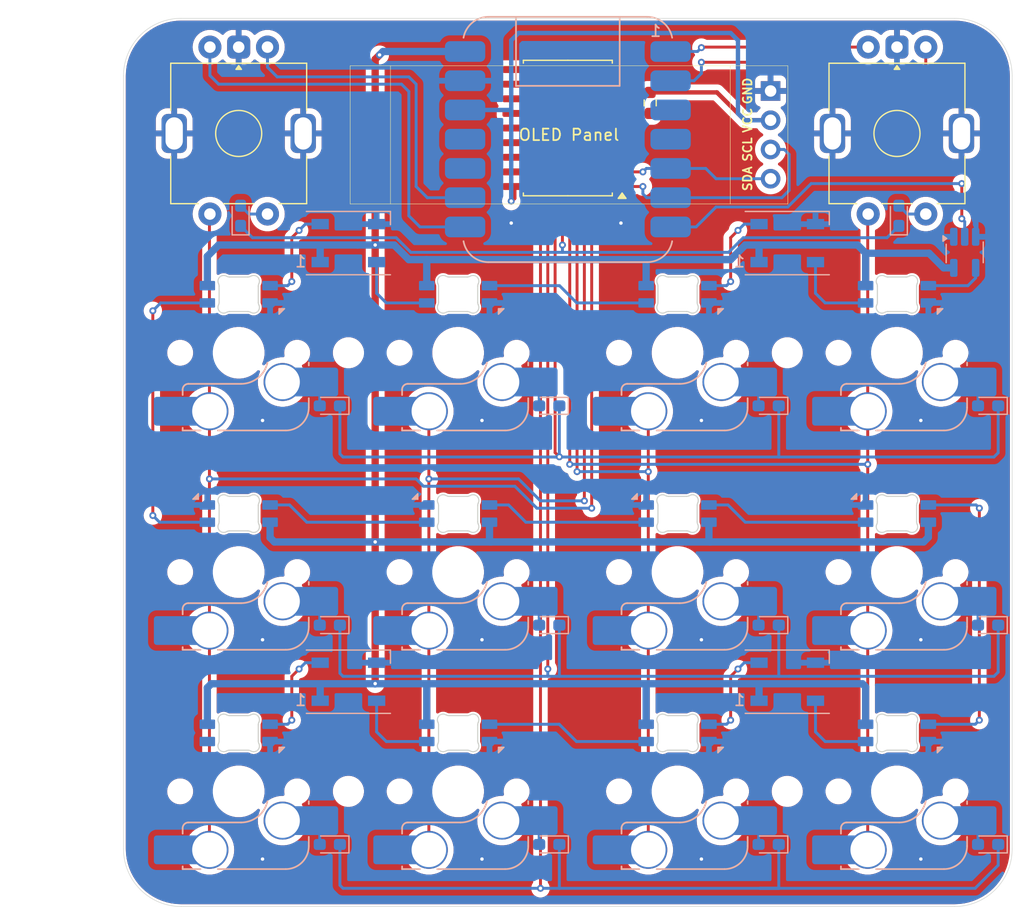
<source format=kicad_pcb>
(kicad_pcb (version 20240108) (generator "pcbnew") (generator_version "8.0")
  (layers (0 "F.Cu" signal) (31 "B.Cu" signal) (34 "B.Paste" user) (35 "F.Paste" user) (36 "B.SilkS" user "B.Silkscreen") (37 "F.SilkS" user "F.Silkscreen") (38 "B.Mask" user) (39 "F.Mask" user) (44 "Edge.Cuts" user))
  (net 0 "")
  (net 1 "Net-(D1-A)")
  (net 2 "Net-(D2-A)")
  (net 3 "Net-(D3-A)")
  (net 4 "Net-(D4-A)")
  (net 5 "Net-(D5-A)")
  (net 6 "Net-(D6-A)")
  (net 7 "Net-(D7-A)")
  (net 8 "Net-(D8-A)")
  (net 9 "Net-(D9-A)")
  (net 10 "Net-(D10-A)")
  (net 11 "GND")
  (net 12 "+3.3V")
  (net 13 "ROW1")
  (net 14 "COLUMN1")
  (net 15 "COLUMN2")
  (net 16 "COLUMN3")
  (net 17 "COLUMN4")
  (net 18 "+5V")
  (net 19 "ROW2")
  (net 20 "SDA")
  (net 21 "SCL")
  (net 22 "Net-(U2-~{RESET})")
  (net 25 "ROW3")
  (net 26 "Net-(D11-A)")
  (net 27 "Net-(D12-A)")
  (net 28 "Net-(D13-DOUT)")
  (net 29 "Net-(D13-DIN)")
  (net 30 "Net-(D14-DIN)")
  (net 31 "Net-(D14-DOUT)")
  (net 32 "Net-(D15-DIN)")
  (net 33 "Net-(D15-DOUT)")
  (net 34 "Net-(D16-DOUT)")
  (net 35 "Net-(D16-DIN)")
  (net 36 "Net-(LED1-DOUT)")
  (net 37 "Net-(LED2-DIN)")
  (net 38 "D_LEDS_5V")
  (net 39 "Net-(LED5-DOUT)")
  (net 40 "Net-(LED6-DOUT)")
  (net 41 "Net-(LED7-DOUT)")
  (net 42 "Net-(LED12-DIN)")
  (net 44 "Net-(LED10-DIN)")
  (net 45 "D_LEDS_3V3")
  (net 46 "ROW4")
  (net 47 "Net-(D17-A)")
  (net 48 "Net-(D18-A)")
  (net 49 "ROT1B")
  (net 50 "ROT1A")
  (net 51 "ROT2A")
  (net 52 "ROT2B")
  (footprint "PCM_marbastlib-various:ROT_Alps_EC11E-Switch" (layer "F.Cu") (at 107.15 50 180)
    (property "Reference" "SW2" (hide yes))
    (property "Value" "RotaryEncoder_Switch_MP")
  )
  (footprint "PCM_marbastlib-various:ROT_Alps_EC11E-Switch" (layer "F.Cu") (at 50 50 180)
    (property "Reference" "SW1" (hide yes))
    (property "Value" "RotaryEncoder_Switch_MP")
  )
  (footprint "MountingHole:MountingHole_2.2mm_M2" (layer "F.Cu") (at 59.525 69.05)
    (property "Reference" "H1" (hide yes))
    (property "Value" "MountingHole")
  )
  (footprint "MountingHole:MountingHole_2.2mm_M2" (layer "F.Cu") (at 59.525 107.15)
    (property "Reference" "H3" (hide yes))
    (property "Value" "MountingHole")
  )
  (footprint "MountingHole:MountingHole_2.2mm_M2" (layer "F.Cu") (at 97.625 107.15)
    (property "Reference" "H4" (hide yes))
    (property "Value" "MountingHole")
  )
  (footprint "MountingHole:MountingHole_2.2mm_M2" (layer "F.Cu") (at 97.625 69.05)
    (property "Reference" "H2" (hide yes))
    (property "Value" "MountingHole")
  )
  (footprint "Package_SO:SOIC-18W_7.5x11.6mm_P1.27mm" (layer "F.Cu") (at 78.575 49.53 180)
    (property "Reference" "U2" (hide yes))
    (property "Value" "MCP23008-xSO")
  )
  (footprint "SSD1306-0.91-OLED-4pin-128x32:SSD1306-0.91-OLED-4pin-128x32" (layer "F.Cu") (at 78.575 50)
    (property "Reference" "DS1" (hide yes))
    (property "Value" "SSD1306_OLED_I2C")
  )
  (footprint "Resistor_SMD:R_0603_1608Metric_Pad0.98x0.95mm_HandSolder" (layer "F.Cu") (at 85.725 47.3456 -90)
    (property "Reference" "R1" (hide yes))
    (property "Value" "10k")
  )
  (footprint "Diode_SMD:D_0603_1608Metric_Pad1.05x0.95mm_HandSolder" (layer "B.Cu") (at 76.962 111.76 180)
    (property "Reference" "D10" (hide yes))
    (property "Value" "D_Small")
  )
  (footprint "Diode_SMD:D_0603_1608Metric_Pad1.05x0.95mm_HandSolder" (layer "B.Cu") (at 96.012 111.76 180)
    (property "Reference" "D11" (hide yes))
    (property "Value" "D_Small")
  )
  (footprint "Diode_SMD:D_0603_1608Metric_Pad1.05x0.95mm_HandSolder" (layer "B.Cu") (at 76.962 73.66 180)
    (property "Reference" "D2" (hide yes))
    (property "Value" "D_Small")
  )
  (footprint "PCM_marbastlib-mx:LED_MX_6028R" (layer "B.Cu") (at 69.05 83.02)
    (property "Reference" "LED6" (hide yes))
    (property "Value" "SK6812MINI-E")
    (fp_line (start -1.699999 -0.702841) (end -1.699999 0.702843) (stroke (width 0.1)) (layer "Edge.Cuts"))
    (fp_line (start -0.794453 1.5) (end 0.794452 1.5) (stroke (width 0.1)) (layer "Edge.Cuts"))
    (fp_line (start 0.794452 -1.499999) (end -0.794452 -1.499999) (stroke (width 0.1)) (layer "Edge.Cuts"))
    (fp_line (start 1.699999 0.702843) (end 1.699999 -0.702841) (stroke (width 0.1)) (layer "Edge.Cuts"))
    (fp_arc (start -1.749484 -0.919719) (mid -1.712527 -0.814067) (end -1.699999 -0.702841) (stroke (width 0.1)) (layer "Edge.Cuts"))
    (fp_arc (start -1.749484 -0.919718) (mid -1.638072 -1.504034) (end -1.046711 -1.568298) (stroke (width 0.1)) (layer "Edge.Cuts"))
    (fp_arc (start -1.699999 0.702844) (mid -1.712527 0.814069) (end -1.749484 0.919721) (stroke (width 0.1)) (layer "Edge.Cuts"))
    (fp_arc (start -1.046711 1.568299) (mid -1.63807 1.504035) (end -1.749484 0.919721) (stroke (width 0.1)) (layer "Edge.Cuts"))
    (fp_arc (start -1.046711 1.568299) (mid -0.925123 1.517377) (end -0.794453 1.5) (stroke (width 0.1)) (layer "Edge.Cuts"))
    (fp_arc (start -0.794452 -1.499999) (mid -0.925123 -1.517376) (end -1.046711 -1.568298) (stroke (width 0.1)) (layer "Edge.Cuts"))
    (fp_arc (start 0.794453 1.500001) (mid 0.925123 1.517378) (end 1.046711 1.5683) (stroke (width 0.1)) (layer "Edge.Cuts"))
    (fp_arc (start 1.04671 -1.568298) (mid 0.925122 -1.517376) (end 0.794452 -1.499999) (stroke (width 0.1)) (layer "Edge.Cuts"))
    (fp_arc (start 1.046711 -1.568296) (mid 1.638069 -1.504034) (end 1.749484 -0.919719) (stroke (width 0.1)) (layer "Edge.Cuts"))
    (fp_arc (start 1.699999 -0.702842) (mid 1.712536 -0.814065) (end 1.749484 -0.919719) (stroke (width 0.1)) (layer "Edge.Cuts"))
    (fp_arc (start 1.749484 0.919721) (mid 1.638072 1.504036) (end 1.046711 1.5683) (stroke (width 0.1)) (layer "Edge.Cuts"))
    (fp_arc (start 1.749484 0.919721) (mid 1.712534 0.814067) (end 1.699999 0.702843) (stroke (width 0.1)) (layer "Edge.Cuts"))
  )
  (footprint "Diode_SMD:D_0603_1608Metric_Pad1.05x0.95mm_HandSolder" (layer "B.Cu") (at 50.165 57.15 90)
    (property "Reference" "D17" (hide yes))
    (property "Value" "D_Small")
  )
  (footprint "PCM_marbastlib-mx:SW_MX_HS_CPG151101S11_1u" (layer "B.Cu") (at 88.1 88.1)
    (property "Reference" "MX7" (hide yes))
    (property "Value" "MX_SW_HS")
  )
  (footprint "Package_TO_SOT_SMD:SOT-23-5_HandSoldering" (layer "B.Cu") (at 113.03 60.325 -90)
    (property "Reference" "U3" (hide yes))
    (property "Value" "74AHC1G125")
  )
  (footprint "PCM_marbastlib-mx:LED_MX_6028R-ROT" (layer "B.Cu") (at 88.1 102.07)
    (property "Reference" "LED11" (hide yes))
    (property "Value" "SK6812MINI-E")
    (fp_line (start -1.699999 -0.702843) (end -1.699999 0.702841) (stroke (width 0.1)) (layer "Edge.Cuts"))
    (fp_line (start -0.794452 1.499999) (end 0.794452 1.499999) (stroke (width 0.1)) (layer "Edge.Cuts"))
    (fp_line (start 0.794453 -1.5) (end -0.794452 -1.5) (stroke (width 0.1)) (layer "Edge.Cuts"))
    (fp_line (start 1.699999 0.702841) (end 1.699999 -0.702843) (stroke (width 0.1)) (layer "Edge.Cuts"))
    (fp_arc (start -1.749484 -0.919721) (mid -1.712527 -0.814069) (end -1.699999 -0.702843) (stroke (width 0.1)) (layer "Edge.Cuts"))
    (fp_arc (start -1.749484 -0.919721) (mid -1.638071 -1.504036) (end -1.046711 -1.5683) (stroke (width 0.1)) (layer "Edge.Cuts"))
    (fp_arc (start -1.699999 0.702842) (mid -1.712527 0.814067) (end -1.749484 0.919719) (stroke (width 0.1)) (layer "Edge.Cuts"))
    (fp_arc (start -1.046711 1.568296) (mid -1.63807 1.504033) (end -1.749484 0.919719) (stroke (width 0.1)) (layer "Edge.Cuts"))
    (fp_arc (start -1.04671 1.568298) (mid -0.925122 1.517376) (end -0.794452 1.499999) (stroke (width 0.1)) (layer "Edge.Cuts"))
    (fp_arc (start -0.794453 -1.500001) (mid -0.925123 -1.517378) (end -1.046711 -1.5683) (stroke (width 0.1)) (layer "Edge.Cuts"))
    (fp_arc (start 0.794452 1.499999) (mid 0.925123 1.517376) (end 1.046711 1.568298) (stroke (width 0.1)) (layer "Edge.Cuts"))
    (fp_arc (start 1.046711 -1.568299) (mid 0.925123 -1.517377) (end 0.794453 -1.5) (stroke (width 0.1)) (layer "Edge.Cuts"))
    (fp_arc (start 1.046711 -1.568299) (mid 1.638071 -1.504036) (end 1.749484 -0.919721) (stroke (width 0.1)) (layer "Edge.Cuts"))
    (fp_arc (start 1.699999 -0.702844) (mid 1.712537 -0.814067) (end 1.749484 -0.919721) (stroke (width 0.1)) (layer "Edge.Cuts"))
    (fp_arc (start 1.749484 0.919718) (mid 1.638073 1.504037) (end 1.046711 1.568298) (stroke (width 0.1)) (layer "Edge.Cuts"))
    (fp_arc (start 1.749484 0.919719) (mid 1.712534 0.814065) (end 1.699999 0.702841) (stroke (width 0.1)) (layer "Edge.Cuts"))
  )
  (footprint "PCM_marbastlib-mx:LED_MX_6028R" (layer "B.Cu") (at 107.15 83.02)
    (property "Reference" "LED8" (hide yes))
    (property "Value" "SK6812MINI-E")
    (fp_line (start -1.699999 -0.702841) (end -1.699999 0.702843) (stroke (width 0.1)) (layer "Edge.Cuts"))
    (fp_line (start -0.794453 1.5) (end 0.794452 1.5) (stroke (width 0.1)) (layer "Edge.Cuts"))
    (fp_line (start 0.794452 -1.499999) (end -0.794452 -1.499999) (stroke (width 0.1)) (layer "Edge.Cuts"))
    (fp_line (start 1.699999 0.702843) (end 1.699999 -0.702841) (stroke (width 0.1)) (layer "Edge.Cuts"))
    (fp_arc (start -1.749484 -0.919719) (mid -1.712527 -0.814067) (end -1.699999 -0.702841) (stroke (width 0.1)) (layer "Edge.Cuts"))
    (fp_arc (start -1.749484 -0.919718) (mid -1.638072 -1.504034) (end -1.046711 -1.568298) (stroke (width 0.1)) (layer "Edge.Cuts"))
    (fp_arc (start -1.699999 0.702844) (mid -1.712527 0.814069) (end -1.749484 0.919721) (stroke (width 0.1)) (layer "Edge.Cuts"))
    (fp_arc (start -1.046711 1.568299) (mid -1.63807 1.504035) (end -1.749484 0.919721) (stroke (width 0.1)) (layer "Edge.Cuts"))
    (fp_arc (start -1.046711 1.568299) (mid -0.925123 1.517377) (end -0.794453 1.5) (stroke (width 0.1)) (layer "Edge.Cuts"))
    (fp_arc (start -0.794452 -1.499999) (mid -0.925123 -1.517376) (end -1.046711 -1.568298) (stroke (width 0.1)) (layer "Edge.Cuts"))
    (fp_arc (start 0.794453 1.500001) (mid 0.925123 1.517378) (end 1.046711 1.5683) (stroke (width 0.1)) (layer "Edge.Cuts"))
    (fp_arc (start 1.04671 -1.568298) (mid 0.925122 -1.517376) (end 0.794452 -1.499999) (stroke (width 0.1)) (layer "Edge.Cuts"))
    (fp_arc (start 1.046711 -1.568296) (mid 1.638069 -1.504034) (end 1.749484 -0.919719) (stroke (width 0.1)) (layer "Edge.Cuts"))
    (fp_arc (start 1.699999 -0.702842) (mid 1.712536 -0.814065) (end 1.749484 -0.919719) (stroke (width 0.1)) (layer "Edge.Cuts"))
    (fp_arc (start 1.749484 0.919721) (mid 1.638072 1.504036) (end 1.046711 1.5683) (stroke (width 0.1)) (layer "Edge.Cuts"))
    (fp_arc (start 1.749484 0.919721) (mid 1.712534 0.814067) (end 1.699999 0.702843) (stroke (width 0.1)) (layer "Edge.Cuts"))
  )
  (footprint "PCM_marbastlib-mx:LED_MX_6028R-ROT" (layer "B.Cu") (at 107.15 63.97)
    (property "Reference" "LED4" (hide yes))
    (property "Value" "SK6812MINI-E")
    (fp_line (start -1.699999 -0.702843) (end -1.699999 0.702841) (stroke (width 0.1)) (layer "Edge.Cuts"))
    (fp_line (start -0.794452 1.499999) (end 0.794452 1.499999) (stroke (width 0.1)) (layer "Edge.Cuts"))
    (fp_line (start 0.794453 -1.5) (end -0.794452 -1.5) (stroke (width 0.1)) (layer "Edge.Cuts"))
    (fp_line (start 1.699999 0.702841) (end 1.699999 -0.702843) (stroke (width 0.1)) (layer "Edge.Cuts"))
    (fp_arc (start -1.749484 -0.919721) (mid -1.712527 -0.814069) (end -1.699999 -0.702843) (stroke (width 0.1)) (layer "Edge.Cuts"))
    (fp_arc (start -1.749484 -0.919721) (mid -1.638071 -1.504036) (end -1.046711 -1.5683) (stroke (width 0.1)) (layer "Edge.Cuts"))
    (fp_arc (start -1.699999 0.702842) (mid -1.712527 0.814067) (end -1.749484 0.919719) (stroke (width 0.1)) (layer "Edge.Cuts"))
    (fp_arc (start -1.046711 1.568296) (mid -1.63807 1.504033) (end -1.749484 0.919719) (stroke (width 0.1)) (layer "Edge.Cuts"))
    (fp_arc (start -1.04671 1.568298) (mid -0.925122 1.517376) (end -0.794452 1.499999) (stroke (width 0.1)) (layer "Edge.Cuts"))
    (fp_arc (start -0.794453 -1.500001) (mid -0.925123 -1.517378) (end -1.046711 -1.5683) (stroke (width 0.1)) (layer "Edge.Cuts"))
    (fp_arc (start 0.794452 1.499999) (mid 0.925123 1.517376) (end 1.046711 1.568298) (stroke (width 0.1)) (layer "Edge.Cuts"))
    (fp_arc (start 1.046711 -1.568299) (mid 0.925123 -1.517377) (end 0.794453 -1.5) (stroke (width 0.1)) (layer "Edge.Cuts"))
    (fp_arc (start 1.046711 -1.568299) (mid 1.638071 -1.504036) (end 1.749484 -0.919721) (stroke (width 0.1)) (layer "Edge.Cuts"))
    (fp_arc (start 1.699999 -0.702844) (mid 1.712537 -0.814067) (end 1.749484 -0.919721) (stroke (width 0.1)) (layer "Edge.Cuts"))
    (fp_arc (start 1.749484 0.919718) (mid 1.638073 1.504037) (end 1.046711 1.568298) (stroke (width 0.1)) (layer "Edge.Cuts"))
    (fp_arc (start 1.749484 0.919719) (mid 1.712534 0.814065) (end 1.699999 0.702841) (stroke (width 0.1)) (layer "Edge.Cuts"))
  )
  (footprint "LED_SMD:LED_WS2812B_PLCC4_5.0x5.0mm_P3.2mm" (layer "B.Cu") (at 59.525 59.525)
    (property "Reference" "D13" (hide yes))
    (property "Value" "WS2812B")
  )
  (footprint "PCM_marbastlib-mx:SW_MX_HS_CPG151101S11_1u" (layer "B.Cu") (at 107.15 107.15)
    (property "Reference" "MX12" (hide yes))
    (property "Value" "MX_SW_HS")
  )
  (footprint "PCM_marbastlib-mx:LED_MX_6028R" (layer "B.Cu") (at 88.1 83.02)
    (property "Reference" "LED7" (hide yes))
    (property "Value" "SK6812MINI-E")
    (fp_line (start -1.699999 -0.702841) (end -1.699999 0.702843) (stroke (width 0.1)) (layer "Edge.Cuts"))
    (fp_line (start -0.794453 1.5) (end 0.794452 1.5) (stroke (width 0.1)) (layer "Edge.Cuts"))
    (fp_line (start 0.794452 -1.499999) (end -0.794452 -1.499999) (stroke (width 0.1)) (layer "Edge.Cuts"))
    (fp_line (start 1.699999 0.702843) (end 1.699999 -0.702841) (stroke (width 0.1)) (layer "Edge.Cuts"))
    (fp_arc (start -1.749484 -0.919719) (mid -1.712527 -0.814067) (end -1.699999 -0.702841) (stroke (width 0.1)) (layer "Edge.Cuts"))
    (fp_arc (start -1.749484 -0.919718) (mid -1.638072 -1.504034) (end -1.046711 -1.568298) (stroke (width 0.1)) (layer "Edge.Cuts"))
    (fp_arc (start -1.699999 0.702844) (mid -1.712527 0.814069) (end -1.749484 0.919721) (stroke (width 0.1)) (layer "Edge.Cuts"))
    (fp_arc (start -1.046711 1.568299) (mid -1.63807 1.504035) (end -1.749484 0.919721) (stroke (width 0.1)) (layer "Edge.Cuts"))
    (fp_arc (start -1.046711 1.568299) (mid -0.925123 1.517377) (end -0.794453 1.5) (stroke (width 0.1)) (layer "Edge.Cuts"))
    (fp_arc (start -0.794452 -1.499999) (mid -0.925123 -1.517376) (end -1.046711 -1.568298) (stroke (width 0.1)) (layer "Edge.Cuts"))
    (fp_arc (start 0.794453 1.500001) (mid 0.925123 1.517378) (end 1.046711 1.5683) (stroke (width 0.1)) (layer "Edge.Cuts"))
    (fp_arc (start 1.04671 -1.568298) (mid 0.925122 -1.517376) (end 0.794452 -1.499999) (stroke (width 0.1)) (layer "Edge.Cuts"))
    (fp_arc (start 1.046711 -1.568296) (mid 1.638069 -1.504034) (end 1.749484 -0.919719) (stroke (width 0.1)) (layer "Edge.Cuts"))
    (fp_arc (start 1.699999 -0.702842) (mid 1.712536 -0.814065) (end 1.749484 -0.919719) (stroke (width 0.1)) (layer "Edge.Cuts"))
    (fp_arc (start 1.749484 0.919721) (mid 1.638072 1.504036) (end 1.046711 1.5683) (stroke (width 0.1)) (layer "Edge.Cuts"))
    (fp_arc (start 1.749484 0.919721) (mid 1.712534 0.814067) (end 1.699999 0.702843) (stroke (width 0.1)) (layer "Edge.Cuts"))
  )
  (footprint "PCM_marbastlib-mx:SW_MX_HS_CPG151101S11_1u" (layer "B.Cu") (at 69.05 69.05)
    (property "Reference" "MX2" (hide yes))
    (property "Value" "MX_SW_HS")
  )
  (footprint "Diode_SMD:D_0603_1608Metric_Pad1.05x0.95mm_HandSolder" (layer "B.Cu") (at 76.962 92.71 180)
    (property "Reference" "D6" (hide yes))
    (property "Value" "D_Small")
  )
  (footprint "PCM_marbastlib-mx:SW_MX_HS_CPG151101S11_1u" (layer "B.Cu") (at 107.15 88.1)
    (property "Reference" "MX8" (hide yes))
    (property "Value" "MX_SW_HS")
  )
  (footprint "Diode_SMD:D_0603_1608Metric_Pad1.05x0.95mm_HandSolder" (layer "B.Cu") (at 115.062 92.71 180)
    (property "Reference" "D8" (hide yes))
    (property "Value" "D_Small")
  )
  (footprint "Diode_SMD:D_0603_1608Metric_Pad1.05x0.95mm_HandSolder" (layer "B.Cu") (at 96.012 73.66 180)
    (property "Reference" "D3" (hide yes))
    (property "Value" "D_Small")
  )
  (footprint "PCM_marbastlib-mx:LED_MX_6028R-ROT" (layer "B.Cu") (at 107.15 102.07)
    (property "Reference" "LED12" (hide yes))
    (property "Value" "SK6812MINI-E")
    (fp_line (start -1.699999 -0.702843) (end -1.699999 0.702841) (stroke (width 0.1)) (layer "Edge.Cuts"))
    (fp_line (start -0.794452 1.499999) (end 0.794452 1.499999) (stroke (width 0.1)) (layer "Edge.Cuts"))
    (fp_line (start 0.794453 -1.5) (end -0.794452 -1.5) (stroke (width 0.1)) (layer "Edge.Cuts"))
    (fp_line (start 1.699999 0.702841) (end 1.699999 -0.702843) (stroke (width 0.1)) (layer "Edge.Cuts"))
    (fp_arc (start -1.749484 -0.919721) (mid -1.712527 -0.814069) (end -1.699999 -0.702843) (stroke (width 0.1)) (layer "Edge.Cuts"))
    (fp_arc (start -1.749484 -0.919721) (mid -1.638071 -1.504036) (end -1.046711 -1.5683) (stroke (width 0.1)) (layer "Edge.Cuts"))
    (fp_arc (start -1.699999 0.702842) (mid -1.712527 0.814067) (end -1.749484 0.919719) (stroke (width 0.1)) (layer "Edge.Cuts"))
    (fp_arc (start -1.046711 1.568296) (mid -1.63807 1.504033) (end -1.749484 0.919719) (stroke (width 0.1)) (layer "Edge.Cuts"))
    (fp_arc (start -1.04671 1.568298) (mid -0.925122 1.517376) (end -0.794452 1.499999) (stroke (width 0.1)) (layer "Edge.Cuts"))
    (fp_arc (start -0.794453 -1.500001) (mid -0.925123 -1.517378) (end -1.046711 -1.5683) (stroke (width 0.1)) (layer "Edge.Cuts"))
    (fp_arc (start 0.794452 1.499999) (mid 0.925123 1.517376) (end 1.046711 1.568298) (stroke (width 0.1)) (layer "Edge.Cuts"))
    (fp_arc (start 1.046711 -1.568299) (mid 0.925123 -1.517377) (end 0.794453 -1.5) (stroke (width 0.1)) (layer "Edge.Cuts"))
    (fp_arc (start 1.046711 -1.568299) (mid 1.638071 -1.504036) (end 1.749484 -0.919721) (stroke (width 0.1)) (layer "Edge.Cuts"))
    (fp_arc (start 1.699999 -0.702844) (mid 1.712537 -0.814067) (end 1.749484 -0.919721) (stroke (width 0.1)) (layer "Edge.Cuts"))
    (fp_arc (start 1.749484 0.919718) (mid 1.638073 1.504037) (end 1.046711 1.568298) (stroke (width 0.1)) (layer "Edge.Cuts"))
    (fp_arc (start 1.749484 0.919719) (mid 1.712534 0.814065) (end 1.699999 0.702841) (stroke (width 0.1)) (layer "Edge.Cuts"))
  )
  (footprint "PCM_marbastlib-mx:LED_MX_6028R-ROT" (layer "B.Cu") (at 50 102.07)
    (property "Reference" "LED9" (hide yes))
    (property "Value" "SK6812MINI-E")
    (fp_line (start -1.699999 -0.702843) (end -1.699999 0.702841) (stroke (width 0.1)) (layer "Edge.Cuts"))
    (fp_line (start -0.794452 1.499999) (end 0.794452 1.499999) (stroke (width 0.1)) (layer "Edge.Cuts"))
    (fp_line (start 0.794453 -1.5) (end -0.794452 -1.5) (stroke (width 0.1)) (layer "Edge.Cuts"))
    (fp_line (start 1.699999 0.702841) (end 1.699999 -0.702843) (stroke (width 0.1)) (layer "Edge.Cuts"))
    (fp_arc (start -1.749484 -0.919721) (mid -1.712527 -0.814069) (end -1.699999 -0.702843) (stroke (width 0.1)) (layer "Edge.Cuts"))
    (fp_arc (start -1.749484 -0.919721) (mid -1.638071 -1.504036) (end -1.046711 -1.5683) (stroke (width 0.1)) (layer "Edge.Cuts"))
    (fp_arc (start -1.699999 0.702842) (mid -1.712527 0.814067) (end -1.749484 0.919719) (stroke (width 0.1)) (layer "Edge.Cuts"))
    (fp_arc (start -1.046711 1.568296) (mid -1.63807 1.504033) (end -1.749484 0.919719) (stroke (width 0.1)) (layer "Edge.Cuts"))
    (fp_arc (start -1.04671 1.568298) (mid -0.925122 1.517376) (end -0.794452 1.499999) (stroke (width 0.1)) (layer "Edge.Cuts"))
    (fp_arc (start -0.794453 -1.500001) (mid -0.925123 -1.517378) (end -1.046711 -1.5683) (stroke (width 0.1)) (layer "Edge.Cuts"))
    (fp_arc (start 0.794452 1.499999) (mid 0.925123 1.517376) (end 1.046711 1.568298) (stroke (width 0.1)) (layer "Edge.Cuts"))
    (fp_arc (start 1.046711 -1.568299) (mid 0.925123 -1.517377) (end 0.794453 -1.5) (stroke (width 0.1)) (layer "Edge.Cuts"))
    (fp_arc (start 1.046711 -1.568299) (mid 1.638071 -1.504036) (end 1.749484 -0.919721) (stroke (width 0.1)) (layer "Edge.Cuts"))
    (fp_arc (start 1.699999 -0.702844) (mid 1.712537 -0.814067) (end 1.749484 -0.919721) (stroke (width 0.1)) (layer "Edge.Cuts"))
    (fp_arc (start 1.749484 0.919718) (mid 1.638073 1.504037) (end 1.046711 1.568298) (stroke (width 0.1)) (layer "Edge.Cuts"))
    (fp_arc (start 1.749484 0.919719) (mid 1.712534 0.814065) (end 1.699999 0.702841) (stroke (width 0.1)) (layer "Edge.Cuts"))
  )
  (footprint "PCM_marbastlib-mx:LED_MX_6028R-ROT" (layer "B.Cu") (at 88.1 63.97)
    (property "Reference" "LED3" (hide yes))
    (property "Value" "SK6812MINI-E")
    (fp_line (start -1.699999 -0.702843) (end -1.699999 0.702841) (stroke (width 0.1)) (layer "Edge.Cuts"))
    (fp_line (start -0.794452 1.499999) (end 0.794452 1.499999) (stroke (width 0.1)) (layer "Edge.Cuts"))
    (fp_line (start 0.794453 -1.5) (end -0.794452 -1.5) (stroke (width 0.1)) (layer "Edge.Cuts"))
    (fp_line (start 1.699999 0.702841) (end 1.699999 -0.702843) (stroke (width 0.1)) (layer "Edge.Cuts"))
    (fp_arc (start -1.749484 -0.919721) (mid -1.712527 -0.814069) (end -1.699999 -0.702843) (stroke (width 0.1)) (layer "Edge.Cuts"))
    (fp_arc (start -1.749484 -0.919721) (mid -1.638071 -1.504036) (end -1.046711 -1.5683) (stroke (width 0.1)) (layer "Edge.Cuts"))
    (fp_arc (start -1.699999 0.702842) (mid -1.712527 0.814067) (end -1.749484 0.919719) (stroke (width 0.1)) (layer "Edge.Cuts"))
    (fp_arc (start -1.046711 1.568296) (mid -1.63807 1.504033) (end -1.749484 0.919719) (stroke (width 0.1)) (layer "Edge.Cuts"))
    (fp_arc (start -1.04671 1.568298) (mid -0.925122 1.517376) (end -0.794452 1.499999) (stroke (width 0.1)) (layer "Edge.Cuts"))
    (fp_arc (start -0.794453 -1.500001) (mid -0.925123 -1.517378) (end -1.046711 -1.5683) (stroke (width 0.1)) (layer "Edge.Cuts"))
    (fp_arc (start 0.794452 1.499999) (mid 0.925123 1.517376) (end 1.046711 1.568298) (stroke (width 0.1)) (layer "Edge.Cuts"))
    (fp_arc (start 1.046711 -1.568299) (mid 0.925123 -1.517377) (end 0.794453 -1.5) (stroke (width 0.1)) (layer "Edge.Cuts"))
    (fp_arc (start 1.046711 -1.568299) (mid 1.638071 -1.504036) (end 1.749484 -0.919721) (stroke (width 0.1)) (layer "Edge.Cuts"))
    (fp_arc (start 1.699999 -0.702844) (mid 1.712537 -0.814067) (end 1.749484 -0.919721) (stroke (width 0.1)) (layer "Edge.Cuts"))
    (fp_arc (start 1.749484 0.919718) (mid 1.638073 1.504037) (end 1.046711 1.568298) (stroke (width 0.1)) (layer "Edge.Cuts"))
    (fp_arc (start 1.749484 0.919719) (mid 1.712534 0.814065) (end 1.699999 0.702841) (stroke (width 0.1)) (layer "Edge.Cuts"))
  )
  (footprint "Diode_SMD:D_0603_1608Metric_Pad1.05x0.95mm_HandSolder" (layer "B.Cu") (at 107.315 57.15 90)
    (property "Reference" "D18" (hide yes))
    (property "Value" "D_Small")
  )
  (footprint "Diode_SMD:D_0603_1608Metric_Pad1.05x0.95mm_HandSolder" (layer "B.Cu") (at 57.912 73.66 180)
    (property "Reference" "D1" (hide yes))
    (property "Value" "D_Small")
  )
  (footprint "PCM_marbastlib-mx:SW_MX_HS_CPG151101S11_1u" (layer "B.Cu") (at 88.1 69.05)
    (property "Reference" "MX3" (hide yes))
    (property "Value" "MX_SW_HS")
  )
  (footprint "Diode_SMD:D_0603_1608Metric_Pad1.05x0.95mm_HandSolder" (layer "B.Cu") (at 96.012 92.71 180)
    (property "Reference" "D7" (hide yes))
    (property "Value" "D_Small")
  )
  (footprint "PCM_marbastlib-mx:SW_MX_HS_CPG151101S11_1u" (layer "B.Cu") (at 69.05 107.15)
    (property "Reference" "MX10" (hide yes))
    (property "Value" "MX_SW_HS")
  )
  (footprint "PCM_marbastlib-mx:SW_MX_HS_CPG151101S11_1u" (layer "B.Cu") (at 69.05 88.1)
    (property "Reference" "MX6" (hide yes))
    (property "Value" "MX_SW_HS")
  )
  (footprint "PCM_marbastlib-mx:SW_MX_HS_CPG151101S11_1u" (layer "B.Cu") (at 50 107.15)
    (property "Reference" "MX9" (hide yes))
    (property "Value" "MX_SW_HS")
  )
  (footprint "LED_SMD:LED_WS2812B_PLCC4_5.0x5.0mm_P3.2mm" (layer "B.Cu") (at 59.525 97.625)
    (property "Reference" "D15" (hide yes))
    (property "Value" "WS2812B")
  )
  (footprint "PCM_marbastlib-xp-promicroish:Xiao_rp2040_AC_Reflow" (layer "B.Cu") (at 78.575 50.5 180)
    (property "Reference" "U1" (hide yes))
    (property "Value" "Seeeduino Xiao rp2040")
  )
  (footprint "PCM_marbastlib-mx:LED_MX_6028R-ROT" (layer "B.Cu") (at 69.05 63.97)
    (property "Reference" "LED2" (hide yes))
    (property "Value" "SK6812MINI-E")
    (fp_line (start -1.699999 -0.702843) (end -1.699999 0.702841) (stroke (width 0.1)) (layer "Edge.Cuts"))
    (fp_line (start -0.794452 1.499999) (end 0.794452 1.499999) (stroke (width 0.1)) (layer "Edge.Cuts"))
    (fp_line (start 0.794453 -1.5) (end -0.794452 -1.5) (stroke (width 0.1)) (layer "Edge.Cuts"))
    (fp_line (start 1.699999 0.702841) (end 1.699999 -0.702843) (stroke (width 0.1)) (layer "Edge.Cuts"))
    (fp_arc (start -1.749484 -0.919721) (mid -1.712527 -0.814069) (end -1.699999 -0.702843) (stroke (width 0.1)) (layer "Edge.Cuts"))
    (fp_arc (start -1.749484 -0.919721) (mid -1.638071 -1.504036) (end -1.046711 -1.5683) (stroke (width 0.1)) (layer "Edge.Cuts"))
    (fp_arc (start -1.699999 0.702842) (mid -1.712527 0.814067) (end -1.749484 0.919719) (stroke (width 0.1)) (layer "Edge.Cuts"))
    (fp_arc (start -1.046711 1.568296) (mid -1.63807 1.504033) (end -1.749484 0.919719) (stroke (width 0.1)) (layer "Edge.Cuts"))
    (fp_arc (start -1.04671 1.568298) (mid -0.925122 1.517376) (end -0.794452 1.499999) (stroke (width 0.1)) (layer "Edge.Cuts"))
    (fp_arc (start -0.794453 -1.500001) (mid -0.925123 -1.517378) (end -1.046711 -1.5683) (stroke (width 0.1)) (layer "Edge.Cuts"))
    (fp_arc (start 0.794452 1.499999) (mid 0.925123 1.517376) (end 1.046711 1.568298) (stroke (width 0.1)) (layer "Edge.Cuts"))
    (fp_arc (start 1.046711 -1.568299) (mid 0.925123 -1.517377) (end 0.794453 -1.5) (stroke (width 0.1)) (layer "Edge.Cuts"))
    (fp_arc (start 1.046711 -1.568299) (mid 1.638071 -1.504036) (end 1.749484 -0.919721) (stroke (width 0.1)) (layer "Edge.Cuts"))
    (fp_arc (start 1.699999 -0.702844) (mid 1.712537 -0.814067) (end 1.749484 -0.919721) (stroke (width 0.1)) (layer "Edge.Cuts"))
    (fp_arc (start 1.749484 0.919718) (mid 1.638073 1.504037) (end 1.046711 1.568298) (stroke (width 0.1)) (layer "Edge.Cuts"))
    (fp_arc (start 1.749484 0.919719) (mid 1.712534 0.814065) (end 1.699999 0.702841) (stroke (width 0.1)) (layer "Edge.Cuts"))
  )
  (footprint "PCM_marbastlib-mx:SW_MX_HS_CPG151101S11_1u" (layer "B.Cu") (at 50 88.1)
    (property "Reference" "MX5" (hide yes))
    (property "Value" "MX_SW_HS")
  )
  (footprint "LED_SMD:LED_WS2812B_PLCC4_5.0x5.0mm_P3.2mm" (layer "B.Cu") (at 97.625 97.625)
    (property "Reference" "D16" (hide yes))
    (property "Value" "WS2812B")
  )
  (footprint "PCM_marbastlib-mx:SW_MX_HS_CPG151101S11_1u" (layer "B.Cu") (at 88.1 107.15)
    (property "Reference" "MX11" (hide yes))
    (property "Value" "MX_SW_HS")
  )
  (footprint "Diode_SMD:D_0603_1608Metric_Pad1.05x0.95mm_HandSolder" (layer "B.Cu") (at 115.062 73.66 180)
    (property "Reference" "D4" (hide yes))
    (property "Value" "D_Small")
  )
  (footprint "Diode_SMD:D_0603_1608Metric_Pad1.05x0.95mm_HandSolder" (layer "B.Cu") (at 57.912 92.71 180)
    (property "Reference" "D5" (hide yes))
    (property "Value" "D_Small")
  )
  (footprint "PCM_marbastlib-mx:SW_MX_HS_CPG151101S11_1u" (layer "B.Cu") (at 107.15 69.05)
    (property "Reference" "MX4" (hide yes))
    (property "Value" "MX_SW_HS")
  )
  (footprint "PCM_marbastlib-mx:LED_MX_6028R" (layer "B.Cu") (at 50 83.02)
    (property "Reference" "LED5" (hide yes))
    (property "Value" "SK6812MINI-E")
    (fp_line (start -1.699999 -0.702841) (end -1.699999 0.702843) (stroke (width 0.1)) (layer "Edge.Cuts"))
    (fp_line (start -0.794453 1.5) (end 0.794452 1.5) (stroke (width 0.1)) (layer "Edge.Cuts"))
    (fp_line (start 0.794452 -1.499999) (end -0.794452 -1.499999) (stroke (width 0.1)) (layer "Edge.Cuts"))
    (fp_line (start 1.699999 0.702843) (end 1.699999 -0.702841) (stroke (width 0.1)) (layer "Edge.Cuts"))
    (fp_arc (start -1.749484 -0.919719) (mid -1.712527 -0.814067) (end -1.699999 -0.702841) (stroke (width 0.1)) (layer "Edge.Cuts"))
    (fp_arc (start -1.749484 -0.919718) (mid -1.638072 -1.504034) (end -1.046711 -1.568298) (stroke (width 0.1)) (layer "Edge.Cuts"))
    (fp_arc (start -1.699999 0.702844) (mid -1.712527 0.814069) (end -1.749484 0.919721) (stroke (width 0.1)) (layer "Edge.Cuts"))
    (fp_arc (start -1.046711 1.568299) (mid -1.63807 1.504035) (end -1.749484 0.919721) (stroke (width 0.1)) (layer "Edge.Cuts"))
    (fp_arc (start -1.046711 1.568299) (mid -0.925123 1.517377) (end -0.794453 1.5) (stroke (width 0.1)) (layer "Edge.Cuts"))
    (fp_arc (start -0.794452 -1.499999) (mid -0.925123 -1.517376) (end -1.046711 -1.568298) (stroke (width 0.1)) (layer "Edge.Cuts"))
    (fp_arc (start 0.794453 1.500001) (mid 0.925123 1.517378) (end 1.046711 1.5683) (stroke (width 0.1)) (layer "Edge.Cuts"))
    (fp_arc (start 1.04671 -1.568298) (mid 0.925122 -1.517376) (end 0.794452 -1.499999) (stroke (width 0.1)) (layer "Edge.Cuts"))
    (fp_arc (start 1.046711 -1.568296) (mid 1.638069 -1.504034) (end 1.749484 -0.919719) (stroke (width 0.1)) (layer "Edge.Cuts"))
    (fp_arc (start 1.699999 -0.702842) (mid 1.712536 -0.814065) (end 1.749484 -0.919719) (stroke (width 0.1)) (layer "Edge.Cuts"))
    (fp_arc (start 1.749484 0.919721) (mid 1.638072 1.504036) (end 1.046711 1.5683) (stroke (width 0.1)) (layer "Edge.Cuts"))
    (fp_arc (start 1.749484 0.919721) (mid 1.712534 0.814067) (end 1.699999 0.702843) (stroke (width 0.1)) (layer "Edge.Cuts"))
  )
  (footprint "LED_SMD:LED_WS2812B_PLCC4_5.0x5.0mm_P3.2mm" (layer "B.Cu") (at 97.625 59.525)
    (property "Reference" "D14" (hide yes))
    (property "Value" "WS2812B")
  )
  (footprint "PCM_marbastlib-mx:LED_MX_6028R-ROT" (layer "B.Cu") (at 69.05 102.07)
    (property "Reference" "LED10" (hide yes))
    (property "Value" "SK6812MINI-E")
    (fp_line (start -1.699999 -0.702843) (end -1.699999 0.702841) (stroke (width 0.1)) (layer "Edge.Cuts"))
    (fp_line (start -0.794452 1.499999) (end 0.794452 1.499999) (stroke (width 0.1)) (layer "Edge.Cuts"))
    (fp_line (start 0.794453 -1.5) (end -0.794452 -1.5) (stroke (width 0.1)) (layer "Edge.Cuts"))
    (fp_line (start 1.699999 0.702841) (end 1.699999 -0.702843) (stroke (width 0.1)) (layer "Edge.Cuts"))
    (fp_arc (start -1.749484 -0.919721) (mid -1.712527 -0.814069) (end -1.699999 -0.702843) (stroke (width 0.1)) (layer "Edge.Cuts"))
    (fp_arc (start -1.749484 -0.919721) (mid -1.638071 -1.504036) (end -1.046711 -1.5683) (stroke (width 0.1)) (layer "Edge.Cuts"))
    (fp_arc (start -1.699999 0.702842) (mid -1.712527 0.814067) (end -1.749484 0.919719) (stroke (width 0.1)) (layer "Edge.Cuts"))
    (fp_arc (start -1.046711 1.568296) (mid -1.63807 1.504033) (end -1.749484 0.919719) (stroke (width 0.1)) (layer "Edge.Cuts"))
    (fp_arc (start -1.04671 1.568298) (mid -0.925122 1.517376) (end -0.794452 1.499999) (stroke (width 0.1)) (layer "Edge.Cuts"))
    (fp_arc (start -0.794453 -1.500001) (mid -0.925123 -1.517378) (end -1.046711 -1.5683) (stroke (width 0.1)) (layer "Edge.Cuts"))
    (fp_arc (start 0.794452 1.499999) (mid 0.925123 1.517376) (end 1.046711 1.568298) (stroke (width 0.1)) (layer "Edge.Cuts"))
    (fp_arc (start 1.046711 -1.568299) (mid 0.925123 -1.517377) (end 0.794453 -1.5) (stroke (width 0.1)) (layer "Edge.Cuts"))
    (fp_arc (start 1.046711 -1.568299) (mid 1.638071 -1.504036) (end 1.749484 -0.919721) (stroke (width 0.1)) (layer "Edge.Cuts"))
    (fp_arc (start 1.699999 -0.702844) (mid 1.712537 -0.814067) (end 1.749484 -0.919721) (stroke (width 0.1)) (layer "Edge.Cuts"))
    (fp_arc (start 1.749484 0.919718) (mid 1.638073 1.504037) (end 1.046711 1.568298) (stroke (width 0.1)) (layer "Edge.Cuts"))
    (fp_arc (start 1.749484 0.919719) (mid 1.712534 0.814065) (end 1.699999 0.702841) (stroke (width 0.1)) (layer "Edge.Cuts"))
  )
  (footprint "Diode_SMD:D_0603_1608Metric_Pad1.05x0.95mm_HandSolder" (layer "B.Cu") (at 57.912 111.76 180)
    (property "Reference" "D9" (hide yes))
    (property "Value" "D_Small")
  )
  (footprint "Diode_SMD:D_0603_1608Metric_Pad1.05x0.95mm_HandSolder" (layer "B.Cu") (at 115.062 111.76 180)
    (property "Reference" "D12" (hide yes))
    (property "Value" "D_Small")
  )
  (footprint "PCM_marbastlib-mx:SW_MX_HS_CPG151101S11_1u" (layer "B.Cu") (at 50 69.05)
    (property "Reference" "MX1" (hide yes))
    (property "Value" "MX_SW_HS")
  )
  (footprint "PCM_marbastlib-mx:LED_MX_6028R-ROT" (layer "B.Cu") (at 50 63.97)
    (property "Reference" "LED1" (hide yes))
    (property "Value" "SK6812MINI-E")
    (fp_line (start -1.699999 -0.702843) (end -1.699999 0.702841) (stroke (width 0.1)) (layer "Edge.Cuts"))
    (fp_line (start -0.794452 1.499999) (end 0.794452 1.499999) (stroke (width 0.1)) (layer "Edge.Cuts"))
    (fp_line (start 0.794453 -1.5) (end -0.794452 -1.5) (stroke (width 0.1)) (layer "Edge.Cuts"))
    (fp_line (start 1.699999 0.702841) (end 1.699999 -0.702843) (stroke (width 0.1)) (layer "Edge.Cuts"))
    (fp_arc (start -1.749484 -0.919721) (mid -1.712527 -0.814069) (end -1.699999 -0.702843) (stroke (width 0.1)) (layer "Edge.Cuts"))
    (fp_arc (start -1.749484 -0.919721) (mid -1.638071 -1.504036) (end -1.046711 -1.5683) (stroke (width 0.1)) (layer "Edge.Cuts"))
    (fp_arc (start -1.699999 0.702842) (mid -1.712527 0.814067) (end -1.749484 0.919719) (stroke (width 0.1)) (layer "Edge.Cuts"))
    (fp_arc (start -1.046711 1.568296) (mid -1.63807 1.504033) (end -1.749484 0.919719) (stroke (width 0.1)) (layer "Edge.Cuts"))
    (fp_arc (start -1.04671 1.568298) (mid -0.925122 1.517376) (end -0.794452 1.499999) (stroke (width 0.1)) (layer "Edge.Cuts"))
    (fp_arc (start -0.794453 -1.500001) (mid -0.925123 -1.517378) (end -1.046711 -1.5683) (stroke (width 0.1)) (layer "Edge.Cuts"))
    (fp_arc (start 0.794452 1.499999) (mid 0.925123 1.517376) (end 1.046711 1.568298) (stroke (width 0.1)) (layer "Edge.Cuts"))
    (fp_arc (start 1.046711 -1.568299) (mid 0.925123 -1.517377) (end 0.794453 -1.5) (stroke (width 0.1)) (layer "Edge.Cuts"))
    (fp_arc (start 1.046711 -1.568299) (mid 1.638071 -1.504036) (end 1.749484 -0.919721) (stroke (width 0.1)) (layer "Edge.Cuts"))
    (fp_arc (start 1.699999 -0.702844) (mid 1.712537 -0.814067) (end 1.749484 -0.919721) (stroke (width 0.1)) (layer "Edge.Cuts"))
    (fp_arc (start 1.749484 0.919718) (mid 1.638073 1.504037) (end 1.046711 1.568298) (stroke (width 0.1)) (layer "Edge.Cuts"))
    (fp_arc (start 1.749484 0.919719) (mid 1.712534 0.814065) (end 1.699999 0.702841) (stroke (width 0.1)) (layer "Edge.Cuts"))
  )
  (gr_line (start 112.15 117.15) (end 45 117.15) (stroke (width 0.05)) (layer "Edge.Cuts"))
  (gr_arc (start 40 45) (mid 41.464466 41.464466) (end 45 40) (stroke (width 0.05)) (layer "Edge.Cuts"))
  (gr_arc (start 45 117.15) (mid 41.464466 115.685534) (end 40 112.15) (stroke (width 0.05)) (layer "Edge.Cuts"))
  (gr_line (start 45 40) (end 112.15 40) (stroke (width 0.05)) (layer "Edge.Cuts"))
  (gr_line (start 40 112.15) (end 40 45) (stroke (width 0.05)) (layer "Edge.Cuts"))
  (gr_line (start 117.15 45) (end 117.15 112.15) (stroke (width 0.05)) (layer "Edge.Cuts"))
  (gr_arc (start 117.15 112.15) (mid 115.685534 115.685534) (end 112.15 117.15) (stroke (width 0.05)) (layer "Edge.Cuts"))
  (gr_arc (start 112.15 40) (mid 115.685534 41.464466) (end 117.15 45) (stroke (width 0.05)) (layer "Edge.Cuts"))
  (segment (start 57.037 71.913) (end 57.36 71.59) (width 0.254) (layer "B.Cu") (net 1))
  (segment (start 57.037 73.66) (end 57.037 71.913) (width 0.254) (layer "B.Cu") (net 1))
  (segment (start 76.087 73.66) (end 76.087 71.913) (width 0.254) (layer "B.Cu") (net 2))
  (segment (start 76.087 71.913) (end 76.41 71.59) (width 0.254) (layer "B.Cu") (net 2))
  (segment (start 95.137 71.913) (end 95.46 71.59) (width 0.254) (layer "B.Cu") (net 3))
  (segment (start 95.137 73.66) (end 95.137 71.913) (width 0.254) (layer "B.Cu") (net 3))
  (segment (start 114.187 73.66) (end 114.187 71.913) (width 0.254) (layer "B.Cu") (net 4))
  (segment (start 114.187 71.913) (end 114.51 71.59) (width 0.254) (layer "B.Cu") (net 4))
  (segment (start 57.037 92.71) (end 57.037 90.963) (width 0.254) (layer "B.Cu") (net 5))
  (segment (start 57.037 90.963) (end 57.36 90.64) (width 0.254) (layer "B.Cu") (net 5))
  (segment (start 76.087 90.963) (end 76.41 90.64) (width 0.254) (layer "B.Cu") (net 6))
  (segment (start 76.087 92.71) (end 76.087 90.963) (width 0.254) (layer "B.Cu") (net 6))
  (segment (start 95.137 92.71) (end 95.137 90.963) (width 0.254) (layer "B.Cu") (net 7))
  (segment (start 95.137 90.963) (end 95.46 90.64) (width 0.254) (layer "B.Cu") (net 7))
  (segment (start 114.187 90.963) (end 114.51 90.64) (width 0.254) (layer "B.Cu") (net 8))
  (segment (start 114.187 92.71) (end 114.187 90.963) (width 0.254) (layer "B.Cu") (net 8))
  (segment (start 57.037 110.013) (end 57.36 109.69) (width 0.254) (layer "B.Cu") (net 9))
  (segment (start 57.037 111.76) (end 57.037 110.013) (width 0.254) (layer "B.Cu") (net 9))
  (segment (start 76.087 111.76) (end 76.087 110.013) (width 0.254) (layer "B.Cu") (net 10))
  (segment (start 76.087 110.013) (end 76.41 109.69) (width 0.254) (layer "B.Cu") (net 10))
  (via (at 83.185 57.785) (size 0.6) (drill 0.3) (layers "F.Cu" "B.Cu") (net 11))
  (via (at 71.12 113.03) (size 0.6) (drill 0.3) (layers "F.Cu" "B.Cu") (net 11))
  (via (at 71.12 74.93) (size 0.6) (drill 0.3) (layers "F.Cu" "B.Cu") (net 11))
  (via (at 52.07 74.93) (size 0.6) (drill 0.3) (layers "F.Cu" "B.Cu") (net 11))
  (via (at 109.22 113.03) (size 0.6) (drill 0.3) (layers "F.Cu" "B.Cu") (net 11))
  (via (at 109.22 74.93) (size 0.6) (drill 0.3) (layers "F.Cu" "B.Cu") (net 11))
  (via (at 109.22 93.98) (size 0.6) (drill 0.3) (layers "F.Cu" "B.Cu") (net 11))
  (via (at 90.17 74.93) (size 0.6) (drill 0.3) (layers "F.Cu" "B.Cu") (net 11))
  (via (at 52.07 93.98) (size 0.6) (drill 0.3) (layers "F.Cu" "B.Cu") (net 11))
  (via (at 52.07 113.03) (size 0.6) (drill 0.3) (layers "F.Cu" "B.Cu") (net 11))
  (via (at 73.66 57.785) (size 0.6) (drill 0.3) (layers "F.Cu" "B.Cu") (net 11))
  (via (at 90.17 113.03) (size 0.6) (drill 0.3) (layers "F.Cu" "B.Cu") (net 11))
  (via (at 90.17 93.98) (size 0.6) (drill 0.3) (layers "F.Cu" "B.Cu") (net 11))
  (via (at 71.12 93.98) (size 0.6) (drill 0.3) (layers "F.Cu" "B.Cu") (net 11))
  (segment (start 93.936625 48.851625) (end 96.1775 48.851625) (width 0.381) (layer "F.Cu") (net 12))
  (segment (start 85.725 46.4331) (end 91.5181 46.4331) (width 0.381) (layer "F.Cu") (net 12))
  (segment (start 73.66 55.88) (end 73.925 55.615) (width 0.381) (layer "F.Cu") (net 12))
  (segment (start 91.5181 46.4331) (end 93.936625 48.851625) (width 0.381) (layer "F.Cu") (net 12))
  (segment (start 73.925 55.615) (end 73.925 54.61) (width 0.381) (layer "F.Cu") (net 12))
  (via (at 73.66 55.88) (size 0.6) (drill 0.3) (layers "F.Cu" "B.Cu") (net 12))
  (segment (start 69.655 47.960001) (end 73.66 47.960001) (width 0.381) (layer "B.Cu") (net 12))
  (segment (start 93.345 48.26) (end 93.936625 48.851625) (width 0.381) (layer "B.Cu") (net 12))
  (segment (start 73.66 47.960001) (end 73.66 41.91) (width 0.381) (layer "B.Cu") (net 12))
  (segment (start 73.66 41.91) (end 74.295 41.275) (width 0.381) (layer "B.Cu") (net 12))
  (segment (start 93.936625 48.851625) (end 96.1775 48.851625) (width 0.381) (layer "B.Cu") (net 12))
  (segment (start 74.295 41.275) (end 92.71 41.275) (width 0.381) (layer "B.Cu") (net 12))
  (segment (start 93.345 41.91) (end 93.345 48.26) (width 0.381) (layer "B.Cu") (net 12))
  (segment (start 73.66 47.960001) (end 73.66 55.88) (width 0.381) (layer "B.Cu") (net 12))
  (segment (start 92.71 41.275) (end 93.345 41.91) (width 0.381) (layer "B.Cu") (net 12))
  (segment (start 78.105 50.165) (end 78.105 59.69) (width 0.254) (layer "F.Cu") (net 13))
  (segment (start 73.925 49.53) (end 77.47 49.53) (width 0.254) (layer "F.Cu") (net 13))
  (segment (start 77.47 49.53) (end 78.105 50.165) (width 0.254) (layer "F.Cu") (net 13))
  (via (at 78.105 59.69) (size 0.6) (drill 0.3) (layers "F.Cu" "B.Cu") (net 13))
  (segment (start 93.806776 59.055) (end 106.285 59.055) (width 0.254) (layer "B.Cu") (net 13))
  (segment (start 50.165 58.025) (end 51.195 59.055) (width 0.254) (layer "B.Cu") (net 13))
  (segment (start 92.536776 60.325) (end 93.806776 59.055) (width 0.254) (layer "B.Cu") (net 13))
  (segment (start 78.105 59.69) (end 78.105 60.325) (width 0.254) (layer "B.Cu") (net 13))
  (segment (start 51.195 59.055) (end 63.673224 59.055) (width 0.254) (layer "B.Cu") (net 13))
  (segment (start 78.105 60.325) (end 92.536776 60.325) (width 0.254) (layer "B.Cu") (net 13))
  (segment (start 64.943224 60.325) (end 78.105 60.325) (width 0.254) (layer "B.Cu") (net 13))
  (segment (start 106.285 59.055) (end 107.315 58.025) (width 0.254) (layer "B.Cu") (net 13))
  (segment (start 63.673224 59.055) (end 64.943224 60.325) (width 0.254) (layer "B.Cu") (net 13))
  (segment (start 80.645 45.085) (end 80.01 44.45) (width 0.254) (layer "F.Cu") (net 14))
  (segment (start 47.46 57.04) (end 47.5 57) (width 0.254) (layer "F.Cu") (net 14))
  (segment (start 80.01 44.45) (end 73.925 44.45) (width 0.254) (layer "F.Cu") (net 14))
  (segment (start 80.645 82.55) (end 80.645 45.085) (width 0.254) (layer "F.Cu") (net 14))
  (segment (start 47.46 112.23) (end 47.46 57.04) (width 0.254) (layer "F.Cu") (net 14))
  (via (at 80.645 82.55) (size 0.6) (drill 0.3) (layers "F.Cu" "B.Cu") (net 14))
  (via (at 47.46 80.01) (size 0.6) (drill 0.3) (layers "F.Cu" "B.Cu") (net 14))
  (segment (start 66.04 80.645) (end 73.9775 80.645) (width 0.254) (layer "B.Cu") (net 14))
  (segment (start 75.8825 82.55) (end 80.645 82.55) (width 0.254) (layer "B.Cu") (net 14))
  (segment (start 65.405 80.01) (end 66.04 80.645) (width 0.254) (layer "B.Cu") (net 14))
  (segment (start 73.9775 80.645) (end 75.8825 82.55) (width 0.254) (layer "B.Cu") (net 14))
  (segment (start 47.46 80.01) (end 65.405 80.01) (width 0.254) (layer "B.Cu") (net 14))
  (segment (start 80.01 81.915) (end 80.01 46.355) (width 0.254) (layer "F.Cu") (net 15))
  (segment (start 66.51 112.23) (end 66.51 80.01) (width 0.254) (layer "F.Cu") (net 15))
  (segment (start 66.51 80.01) (end 66.51 74.13) (width 0.254) (layer "F.Cu") (net 15))
  (segment (start 80.01 46.355) (end 79.375 45.72) (width 0.254) (layer "F.Cu") (net 15))
  (segment (start 79.375 45.72) (end 73.925 45.72) (width 0.254) (layer "F.Cu") (net 15))
  (via (at 66.51 80.01) (size 0.6) (drill 0.3) (layers "F.Cu" "B.Cu") (net 15))
  (via (at 80.01 81.915) (size 0.6) (drill 0.3) (layers "F.Cu" "B.Cu") (net 15))
  (segment (start 74.295 80.01) (end 66.51 80.01) (width 0.254) (layer "B.Cu") (net 15))
  (segment (start 80.01 81.915) (end 76.2 81.915) (width 0.254) (layer "B.Cu") (net 15))
  (segment (start 76.2 81.915) (end 74.295 80.01) (width 0.254) (layer "B.Cu") (net 15))
  (segment (start 85.56 74.13) (end 85.56 112.23) (width 0.254) (layer "F.Cu") (net 16))
  (segment (start 78.74 46.99) (end 73.925 46.99) (width 0.254) (layer "F.Cu") (net 16))
  (segment (start 79.375 47.625) (end 78.74 46.99) (width 0.254) (layer "F.Cu") (net 16))
  (segment (start 79.375 79.375) (end 79.375 47.625) (width 0.254) (layer "F.Cu") (net 16))
  (via (at 79.375 79.375) (size 0.6) (drill 0.3) (layers "F.Cu" "B.Cu") (net 16))
  (via (at 85.56 79.375) (size 0.6) (drill 0.3) (layers "F.Cu" "B.Cu") (net 16))
  (segment (start 85.56 79.375) (end 79.375 79.375) (width 0.254) (layer "B.Cu") (net 16))
  (segment (start 78.74 48.895) (end 78.105 48.26) (width 0.254) (layer "F.Cu") (net 17))
  (segment (start 78.74 78.74) (end 78.74 48.895) (width 0.254) (layer "F.Cu") (net 17))
  (segment (start 104.61 112.23) (end 104.61 57.04) (width 0.254) (layer "F.Cu") (net 17))
  (segment (start 78.105 48.26) (end 73.925 48.26) (width 0.254) (layer "F.Cu") (net 17))
  (segment (start 104.61 57.04) (end 104.65 57) (width 0.254) (layer "F.Cu") (net 17))
  (via (at 104.61 78.74) (size 0.6) (drill 0.3) (layers "F.Cu" "B.Cu") (net 17))
  (via (at 78.74 78.74) (size 0.6) (drill 0.3) (layers "F.Cu" "B.Cu") (net 17))
  (segment (start 104.61 78.74) (end 78.74 78.74) (width 0.254) (layer "B.Cu") (net 17))
  (segment (start 61.849 97.79) (end 61.849 85.482731) (width 0.635) (layer "F.Cu") (net 18))
  (segment (start 61.849 43.561) (end 62.23 43.18) (width 0.635) (layer "F.Cu") (net 18))
  (segment (start 61.849 59.69) (end 61.849 85.482731) (width 0.635) (layer "F.Cu") (net 18))
  (segment (start 61.849 59.69) (end 61.849 43.561) (width 0.635) (layer "F.Cu") (net 18))
  (via (at 61.849 97.79) (size 0.6) (drill 0.3) (layers "F.Cu" "B.Cu") (net 18))
  (via (at 61.849 59.69) (size 0.6) (drill 0.3) (layers "F.Cu" "B.Cu") (net 18))
  (via (at 62.23 43.18) (size 0.6) (drill 0.3) (layers "F.Cu" "B.Cu") (net 18))
  (via (at 61.849 85.482731) (size 0.6) (drill 0.3) (layers "F.Cu" "B.Cu") (net 18))
  (segment (start 47.275 101.32) (end 47.275 98.1495) (width 0.635) (layer "B.Cu") (net 18))
  (segment (start 93.98 59.69) (end 95.25 59.69) (width 0.635) (layer "B.Cu") (net 18))
  (segment (start 85.375 60.991) (end 85.344 60.96) (width 0.635) (layer "B.Cu") (net 18))
  (segment (start 66.294 97.7995) (end 85.344 97.7995) (width 0.635) (layer "B.Cu") (net 18))
  (segment (start 85.344 97.7995) (end 95.25 97.7995) (width 0.635) (layer "B.Cu") (net 18))
  (segment (start 60.325 59.69) (end 63.5 59.69) (width 0.635) (layer "B.Cu") (net 18))
  (segment (start 92.71 60.96) (end 85.344 60.96) (width 0.635) (layer "B.Cu") (net 18))
  (segment (start 104.441 60.405) (end 103.726 59.69) (width 0.635) (layer "B.Cu") (net 18))
  (segment (start 92.71 60.96) (end 93.98 59.69) (width 0.635) (layer "B.Cu") (net 18))
  (segment (start 47.275 60.675) (end 48.26 59.69) (width 0.635) (layer "B.Cu") (net 18))
  (segment (start 95.175 97.8745) (end 95.25 97.7995) (width 0.635) (layer "B.Cu") (net 18))
  (segment (start 47.275 63.22) (end 47.275 60.675) (width 0.635) (layer "B.Cu") (net 18))
  (segment (start 104.425 60.483) (end 104.425 63.22) (width 0.635) (layer "B.Cu") (net 18))
  (segment (start 57.075 99.275) (end 57.075 97.8745) (width 0.635) (layer "B.Cu") (net 18))
  (segment (start 57.075 59.765) (end 57.15 59.69) (width 0.635) (layer "B.Cu") (net 18))
  (segment (start 85.375 63.22) (end 85.375 60.991) (width 0.635) (layer "B.Cu") (net 18))
  (segment (start 52.725 85.11) (end 53.097731 85.482731) (width 0.635) (layer "B.Cu") (net 18))
  (segment (start 95.175 61.175) (end 95.175 59.765) (width 0.635) (layer "B.Cu") (net 18))
  (segment (start 61.849 97.79) (end 61.8585 97.7995) (width 0.635) (layer "B.Cu") (net 18))
  (segment (start 62.53 42.88) (end 69.655 42.88) (width 0.635) (layer "B.Cu") (net 18))
  (segment (start 57.15 59.69) (end 60.325 59.69) (width 0.635) (layer "B.Cu") (net 18))
  (segment (start 57.075 97.8745) (end 57.15 97.7995) (width 0.635) (layer "B.Cu") (net 18))
  (segment (start 109.935 60.405) (end 104.441 60.405) (width 0.635) (layer "B.Cu") (net 18))
  (segment (start 61.803 97.7995) (end 57.15 97.7995) (width 0.635) (layer "B.Cu") (net 18))
  (segment (start 111.205 61.675) (end 109.935 60.405) (width 0.635) (layer "B.Cu") (net 18))
  (segment (start 57.075 61.175) (end 57.075 59.765) (width 0.635) (layer "B.Cu") (net 18))
  (segment (start 66.325 97.8305) (end 66.294 97.7995) (width 0.635) (layer "B.Cu") (net 18))
  (segment (start 85.375 101.32) (end 85.375 97.8305) (width 0.635) (layer "B.Cu") (net 18))
  (segment (start 53.097731 85.482731) (end 71.882 85.482731) (width 0.635) (layer "B.Cu") (net 18))
  (segment (start 85.375 97.8305) (end 85.344 97.7995) (width 0.635) (layer "B.Cu") (net 18))
  (segment (start 66.325 60.991) (end 66.294 60.96) (width 0.635) (layer "B.Cu") (net 18))
  (segment (start 66.325 101.32) (end 66.325 97.8305) (width 0.635) (layer "B.Cu") (net 18))
  (segment (start 90.932 85.482731) (end 71.882 85.482731) (width 0.635) (layer "B.Cu") (net 18))
  (segment (start 61.803 97.7995) (end 61.8395 97.7995) (width 0.635) (layer "B.Cu") (net 18))
  (segment (start 66.325 63.22) (end 66.325 60.991) (width 0.635) (layer "B.Cu") (net 18))
  (segment (start 47.275 98.1495) (end 47.625 97.7995) (width 0.635) (layer "B.Cu") (net 18))
  (segment (start 71.775 83.77) (end 71.775 85.375731) (width 0.635) (layer "B.Cu") (net 18))
  (segment (start 63.5 59.69) (end 64.77 60.96) (width 0.635) (layer "B.Cu") (net 18))
  (segment (start 109.875 85.07) (end 109.462269 85.482731) (width 0.635) (layer "B.Cu") (net 18))
  (segment (start 109.462269 85.482731) (end 90.932 85.482731) (width 0.635) (layer "B.Cu") (net 18))
  (segment (start 104.425 101.32) (end 104.425 98.075) (width 0.635) (layer "B.Cu") (net 18))
  (segment (start 112.08 61.675) (end 111.205 61.675) (width 0.635) (layer "B.Cu") (net 18))
  (segment (start 104.425 98.075) (end 104.1495 97.7995) (width 0.635) (layer "B.Cu") (net 18))
  (segment (start 66.294 60.96) (end 64.77 60.96) (width 0.635) (layer "B.Cu") (net 18))
  (segment (start 95.175 99.275) (end 95.175 97.8745) (width 0.635) (layer "B.Cu") (net 18))
  (segment (start 104.1495 97.7995) (end 95.25 97.7995) (width 0.635) (layer "B.Cu") (net 18))
  (segment (start 52.725 83.77) (end 52.725 85.11) (width 0.635) (layer "B.Cu") (net 18))
  (segment (start 61.8395 97.7995) (end 61.849 97.79) (width 0.635) (layer "B.Cu") (net 18))
  (segment (start 90.825 85.375731) (end 90.932 85.482731) (width 0.635) (layer "B.Cu") (net 18))
  (segment (start 85.344 60.96) (end 66.294 60.96) (width 0.635) (layer "B.Cu") (net 18))
  (segment (start 61.8585 97.7995) (end 66.294 97.7995) (width 0.635) (layer "B.Cu") (net 18))
  (segment (start 90.825 83.77) (end 90.825 85.375731) (width 0.635) (layer "B.Cu") (net 18))
  (segment (start 109.875 83.77) (end 109.875 85.07) (width 0.635) (layer "B.Cu") (net 18))
  (segment (start 62.23 43.18) (end 62.53 42.88) (width 0.635) (layer "B.Cu") (net 18))
  (segment (start 48.26 59.69) (end 57.15 59.69) (width 0.635) (layer "B.Cu") (net 18))
  (segment (start 95.175 59.765) (end 95.25 59.69) (width 0.635) (layer "B.Cu") (net 18))
  (segment (start 103.726 59.69) (end 95.25 59.69) (width 0.635) (layer "B.Cu") (net 18))
  (segment (start 47.625 97.7995) (end 57.15 97.7995) (width 0.635) (layer "B.Cu") (net 18))
  (segment (start 71.775 85.375731) (end 71.882 85.482731) (width 0.635) (layer "B.Cu") (net 18))
  (segment (start 77.47 51.435) (end 76.835 50.8) (width 0.254) (layer "F.Cu") (net 19))
  (segment (start 77.47 77.724) (end 77.47 51.435) (width 0.254) (layer "F.Cu") (net 19))
  (segment (start 77.837 78.091) (end 77.47 77.724) (width 0.254) (layer "F.Cu") (net 19))
  (segment (start 76.835 50.8) (end 73.925 50.8) (width 0.254) (layer "F.Cu") (net 19))
  (via (at 77.837 78.091) (size 0.6) (drill 0.3) (layers "F.Cu" "B.Cu") (net 19))
  (segment (start 59.055 78.105) (end 77.47 78.105) (width 0.254) (layer "B.Cu") (net 19))
  (segment (start 58.787 77.837) (end 59.055 78.105) (width 0.254) (layer "B.Cu") (net 19))
  (segment (start 77.837 78.091) (end 77.851 78.105) (width 0.254) (layer "B.Cu") (net 19))
  (segment (start 115.57 78.105) (end 96.901 78.105) (width 0.254) (layer "B.Cu") (net 19))
  (segment (start 115.937 73.66) (end 115.937 77.738) (width 0.254) (layer "B.Cu") (net 19))
  (segment (start 77.47 78.105) (end 77.851 78.105) (width 0.254) (layer "B.Cu") (net 19))
  (segment (start 115.937 77.738) (end 115.57 78.105) (width 0.254) (layer "B.Cu") (net 19))
  (segment (start 58.787 73.66) (end 58.787 77.837) (width 0.254) (layer "B.Cu") (net 19))
  (segment (start 77.851 78.105) (end 96.901 78.105) (width 0.254) (layer "B.Cu") (net 19))
  (segment (start 77.837 73.66) (end 77.837 78.091) (width 0.254) (layer "B.Cu") (net 19))
  (segment (start 96.887 78.091) (end 96.901 78.105) (width 0.254) (layer "B.Cu") (net 19))
  (segment (start 96.887 73.66) (end 96.887 78.091) (width 0.254) (layer "B.Cu") (net 19))
  (segment (start 85.09 53.34) (end 83.225 53.34) (width 0.254) (layer "F.Cu") (net 20))
  (via (at 85.09 53.34) (size 0.6) (drill 0.3) (layers "F.Cu" "B.Cu") (net 20))
  (segment (start 87.495 53.04) (end 90.548375 53.04) (width 0.254) (layer "B.Cu") (net 20))
  (segment (start 90.548375 53.04) (end 91.44 53.931625) (width 0.254) (layer "B.Cu") (net 20))
  (segment (start 91.44 53.931625) (end 96.1775 53.931625) (width 0.254) (layer "B.Cu") (net 20))
  (segment (start 87.495 53.04) (end 85.39 53.04) (width 0.254) (layer "B.Cu") (net 20))
  (segment (start 85.39 53.04) (end 85.09 53.34) (width 0.254) (layer "B.Cu") (net 20))
  (segment (start 83.225 54.61) (end 85.09 54.61) (width 0.254) (layer "F.Cu") (net 21))
  (via (at 85.09 54.61) (size 0.6) (drill 0.3) (layers "F.Cu" "B.Cu") (net 21))
  (segment (start 97.79 51.816) (end 97.365625 51.391625) (width 0.254) (layer "B.Cu") (net 21))
  (segment (start 97.79 54.945) (end 97.79 51.816) (width 0.254) (layer "B.Cu") (net 21))
  (segment (start 85.425 55.58) (end 85.09 55.245) (width 0.254) (layer "B.Cu") (net 21))
  (segment (start 87.495 55.58) (end 85.425 55.58) (width 0.254) (layer "B.Cu") (net 21))
  (segment (start 85.09 55.245) (end 85.09 54.61) (width 0.254) (layer "B.Cu") (net 21))
  (segment (start 87.495 55.58) (end 97.155 55.58) (width 0.254) (layer "B.Cu") (net 21))
  (segment (start 97.155 55.58) (end 97.79 54.945) (width 0.254) (layer "B.Cu") (net 21))
  (segment (start 97.365625 51.391625) (end 96.1775 51.391625) (width 0.254) (layer "B.Cu") (net 21))
  (segment (start 85.7231 48.26) (end 85.725 48.2581) (width 0.381) (layer "F.Cu") (net 22))
  (segment (start 83.225 48.26) (end 85.7231 48.26) (width 0.381) (layer "F.Cu") (net 22))
  (segment (start 76.2 52.07) (end 76.835 52.705) (width 0.254) (layer "F.Cu") (net 25))
  (segment (start 76.835 52.705) (end 76.835 96.52) (width 0.254) (layer "F.Cu") (net 25))
  (segment (start 73.925 52.07) (end 76.2 52.07) (width 0.254) (layer "F.Cu") (net 25))
  (via (at 76.835 96.52) (size 0.6) (drill 0.3) (layers "F.Cu" "B.Cu") (net 25))
  (segment (start 96.901 97.155) (end 77.851 97.155) (width 0.254) (layer "B.Cu") (net 25))
  (segment (start 96.887 92.71) (end 96.887 97.141) (width 0.254) (layer "B.Cu") (net 25))
  (segment (start 96.887 97.141) (end 96.901 97.155) (width 0.254) (layer "B.Cu") (net 25))
  (segment (start 58.787 96.887) (end 58.787 92.71) (width 0.254) (layer "B.Cu") (net 25))
  (segment (start 76.835 96.52) (end 76.835 97.155) (width 0.254) (layer "B.Cu") (net 25))
  (segment (start 59.055 97.155) (end 58.787 96.887) (width 0.254) (layer "B.Cu") (net 25))
  (segment (start 77.851 97.155) (end 76.835 97.155) (width 0.254) (layer "B.Cu") (net 25))
  (segment (start 77.837 92.71) (end 77.837 97.141) (width 0.254) (layer "B.Cu") (net 25))
  (segment (start 76.835 97.155) (end 59.055 97.155) (width 0.254) (layer "B.Cu") (net 25))
  (segment (start 97.79 97.155) (end 96.901 97.155) (width 0.254) (layer "B.Cu") (net 25))
  (segment (start 115.57 97.155) (end 97.79 97.155) (width 0.254) (layer "B.Cu") (net 25))
  (segment (start 77.837 97.141) (end 77.851 97.155) (width 0.254) (layer "B.Cu") (net 25))
  (segment (start 115.937 96.788) (end 115.57 97.155) (width 0.254) (layer "B.Cu") (net 25))
  (segment (start 115.937 92.71) (end 115.937 96.788) (width 0.254) (layer "B.Cu") (net 25))
  (segment (start 95.137 110.013) (end 95.46 109.69) (width 0.254) (layer "B.Cu") (net 26))
  (segment (start 95.137 111.76) (end 95.137 110.013) (width 0.254) (layer "B.Cu") (net 26))
  (segment (start 114.187 110.013) (end 114.51 109.69) (width 0.254) (layer "B.Cu") (net 27))
  (segment (start 114.187 111.76) (end 114.187 110.013) (width 0.254) (layer "B.Cu") (net 27))
  (segment (start 54.61 62.865) (end 54.61 59.055) (width 0.254) (layer "F.Cu") (net 28))
  (segment (start 54.61 59.055) (end 55.245 58.42) (width 0.254) (layer "F.Cu") (net 28))
  (via (at 55.245 58.42) (size 0.6) (drill 0.3) (layers "F.Cu" "B.Cu") (net 28))
  (via (at 54.61 62.865) (size 0.6) (drill 0.3) (layers "F.Cu" "B.Cu") (net 28))
  (segment (start 57.075 57.875) (end 55.79 57.875) (width 0.254) (layer "B.Cu") (net 28))
  (segment (start 52.725 63.22) (end 54.255 63.22) (width 0.254) (layer "B.Cu") (net 28))
  (segment (start 54.255 63.22) (end 54.61 62.865) (width 0.254) (layer "B.Cu") (net 28))
  (segment (start 55.79 57.875) (end 55.245 58.42) (width 0.254) (layer "B.Cu") (net 28))
  (segment (start 62.815 64.72) (end 61.975 63.88) (width 0.254) (layer "B.Cu") (net 29))
  (segment (start 66.325 64.72) (end 62.815 64.72) (width 0.254) (layer "B.Cu") (net 29))
  (segment (start 61.975 63.88) (end 61.975 61.175) (width 0.254) (layer "B.Cu") (net 29))
  (segment (start 100.075 61.175) (end 100.075 63.88) (width 0.254) (layer "B.Cu") (net 30))
  (segment (start 100.915 64.72) (end 104.425 64.72) (width 0.254) (layer "B.Cu") (net 30))
  (segment (start 100.075 63.88) (end 100.915 64.72) (width 0.254) (layer "B.Cu") (net 30))
  (segment (start 92.71 59.055) (end 93.345 58.42) (width 0.254) (layer "F.Cu") (net 31))
  (segment (start 92.71 62.865) (end 92.71 59.055) (width 0.254) (layer "F.Cu") (net 31))
  (via (at 93.345 58.42) (size 0.6) (drill 0.3) (layers "F.Cu" "B.Cu") (net 31))
  (via (at 92.71 62.865) (size 0.6) (drill 0.3) (layers "F.Cu" "B.Cu") (net 31))
  (segment (start 95.175 57.875) (end 93.89 57.875) (width 0.254) (layer "B.Cu") (net 31))
  (segment (start 92.355 63.22) (end 92.71 62.865) (width 0.254) (layer "B.Cu") (net 31))
  (segment (start 90.825 63.22) (end 92.355 63.22) (width 0.254) (layer "B.Cu") (net 31))
  (segment (start 93.89 57.875) (end 93.345 58.42) (width 0.254) (layer "B.Cu") (net 31))
  (segment (start 62.815 102.82) (end 61.975 101.98) (width 0.254) (layer "B.Cu") (net 32))
  (segment (start 66.325 102.82) (end 62.815 102.82) (width 0.254) (layer "B.Cu") (net 32))
  (segment (start 61.975 101.98) (end 61.975 99.275) (width 0.254) (layer "B.Cu") (net 32))
  (segment (start 54.61 100.965) (end 54.61 97.155) (width 0.254) (layer "F.Cu") (net 33))
  (segment (start 54.61 97.155) (end 55.245 96.52) (width 0.254) (layer "F.Cu") (net 33))
  (via (at 54.61 100.965) (size 0.6) (drill 0.3) (layers "F.Cu" "B.Cu") (net 33))
  (via (at 55.245 96.52) (size 0.6) (drill 0.3) (layers "F.Cu" "B.Cu") (net 33))
  (segment (start 52.725 101.32) (end 54.255 101.32) (width 0.254) (layer "B.Cu") (net 33))
  (segment (start 55.79 95.975) (end 55.245 96.52) (width 0.254) (layer "B.Cu") (net 33))
  (segment (start 54.255 101.32) (end 54.61 100.965) (width 0.254) (layer "B.Cu") (net 33))
  (segment (start 57.075 95.975) (end 55.79 95.975) (width 0.254) (layer "B.Cu") (net 33))
  (segment (start 92.71 100.965) (end 92.71 97.155) (width 0.254) (layer "F.Cu") (net 34))
  (segment (start 92.71 97.155) (end 93.345 96.52) (width 0.254) (layer "F.Cu") (net 34))
  (via (at 93.345 96.52) (size 0.6) (drill 0.3) (layers "F.Cu" "B.Cu") (net 34))
  (via (at 92.71 100.965) (size 0.6) (drill 0.3) (layers "F.Cu" "B.Cu") (net 34))
  (segment (start 92.355 101.32) (end 92.71 100.965) (width 0.254) (layer "B.Cu") (net 34))
  (segment (start 95.175 95.975) (end 93.89 95.975) (width 0.254) (layer "B.Cu") (net 34))
  (segment (start 93.89 95.975) (end 93.345 96.52) (width 0.254) (layer "B.Cu") (net 34))
  (segment (start 90.825 101.32) (end 92.355 101.32) (width 0.254) (layer "B.Cu") (net 34))
  (segment (start 100.075 99.275) (end 100.075 101.98) (width 0.254) (layer "B.Cu") (net 35))
  (segment (start 100.915 102.82) (end 104.425 102.82) (width 0.254) (layer "B.Cu") (net 35))
  (segment (start 100.075 101.98) (end 100.915 102.82) (width 0.254) (layer "B.Cu") (net 35))
  (segment (start 42.545 83.185) (end 42.545 65.405) (width 0.254) (layer "F.Cu") (net 36))
  (via (at 42.545 65.405) (size 0.6) (drill 0.3) (layers "F.Cu" "B.Cu") (net 36))
  (via (at 42.545 83.185) (size 0.6) (drill 0.3) (layers "F.Cu" "B.Cu") (net 36))
  (segment (start 42.545 83.185) (end 43.13 83.77) (width 0.254) (layer "B.Cu") (net 36))
  (segment (start 43.13 83.77) (end 47.275 83.77) (width 0.254) (layer "B.Cu") (net 36))
  (segment (start 43.23 64.72) (end 47.275 64.72) (width 0.254) (layer "B.Cu") (net 36))
  (segment (start 42.545 65.405) (end 43.23 64.72) (width 0.254) (layer "B.Cu") (net 36))
  (segment (start 85.375 64.72) (end 79.35 64.72) (width 0.254) (layer "B.Cu") (net 37))
  (segment (start 79.35 64.72) (end 77.85 63.22) (width 0.254) (layer "B.Cu") (net 37))
  (segment (start 77.85 63.22) (end 71.775 63.22) (width 0.254) (layer "B.Cu") (net 37))
  (segment (start 113.31 63.22) (end 113.98 62.55) (width 0.254) (layer "B.Cu") (net 38))
  (segment (start 109.875 63.22) (end 113.31 63.22) (width 0.254) (layer "B.Cu") (net 38))
  (segment (start 113.98 62.55) (end 113.98 61.675) (width 0.254) (layer "B.Cu") (net 38))
  (segment (start 55.91375 83.77) (end 66.325 83.77) (width 0.254) (layer "B.Cu") (net 39))
  (segment (start 52.725 82.27) (end 54.41375 82.27) (width 0.254) (layer "B.Cu") (net 39))
  (segment (start 54.41375 82.27) (end 55.91375 83.77) (width 0.254) (layer "B.Cu") (net 39))
  (segment (start 74.93 83.77) (end 85.375 83.77) (width 0.254) (layer "B.Cu") (net 40))
  (segment (start 73.43 82.27) (end 74.93 83.77) (width 0.254) (layer "B.Cu") (net 40))
  (segment (start 71.775 82.27) (end 73.43 82.27) (width 0.254) (layer "B.Cu") (net 40))
  (segment (start 90.825 82.27) (end 92.48 82.27) (width 0.254) (layer "B.Cu") (net 41))
  (segment (start 92.48 82.27) (end 93.98 83.77) (width 0.254) (layer "B.Cu") (net 41))
  (segment (start 93.98 83.77) (end 104.425 83.77) (width 0.254) (layer "B.Cu") (net 41))
  (segment (start 114.3 100.965) (end 114.3 82.55) (width 0.254) (layer "F.Cu") (net 42))
  (via (at 114.3 82.55) (size 0.6) (drill 0.3) (layers "F.Cu" "B.Cu") (net 42))
  (via (at 114.3 100.965) (size 0.6) (drill 0.3) (layers "F.Cu" "B.Cu") (net 42))
  (segment (start 114.3 100.965) (end 113.945 101.32) (width 0.254) (layer "B.Cu") (net 42))
  (segment (start 113.945 101.32) (end 109.875 101.32) (width 0.254) (layer "B.Cu") (net 42))
  (segment (start 114.3 82.55) (end 114.02 82.27) (width 0.254) (layer "B.Cu") (net 42))
  (segment (start 114.02 82.27) (end 109.875 82.27) (width 0.254) (layer "B.Cu") (net 42))
  (segment (start 85.375 102.82) (end 79.325 102.82) (width 0.254) (layer "B.Cu") (net 44))
  (segment (start 79.325 102.82) (end 77.825 101.32) (width 0.254) (layer "B.Cu") (net 44))
  (segment (start 77.825 101.32) (end 71.775 101.32) (width 0.254) (layer "B.Cu") (net 44))
  (segment (start 112.776 57.404) (end 112.776 54.356) (width 0.254) (layer "F.Cu") (net 45))
  (via (at 112.776 57.404) (size 0.6) (drill 0.3) (layers "F.Cu" "B.Cu") (net 45))
  (via (at 112.776 54.356) (size 0.6) (drill 0.3) (layers "F.Cu" "B.Cu") (net 45))
  (segment (start 112.776 54.356) (end 99.698669 54.356) (width 0.254) (layer "B.Cu") (net 45))
  (segment (start 99.698669 54.356) (end 97.666669 56.388) (width 0.254) (layer "B.Cu") (net 45))
  (segment (start 89.708 58.12) (end 87.495 58.12) (width 0.254) (layer "B.Cu") (net 45))
  (segment (start 97.666669 56.388) (end 91.44 56.388) (width 0.254) (layer "B.Cu") (net 45))
  (segment (start 91.44 56.388) (end 89.708 58.12) (width 0.254) (layer "B.Cu") (net 45))
  (segment (start 113.03 58.975) (end 113.03 57.658) (width 0.254) (layer "B.Cu") (net 45))
  (segment (start 113.03 57.658) (end 112.776 57.404) (width 0.254) (layer "B.Cu") (net 45))
  (segment (start 76.2 53.975) (end 76.2 115.57) (width 0.254) (layer "F.Cu") (net 46))
  (segment (start 73.925 53.34) (end 75.565 53.34) (width 0.254) (layer "F.Cu") (net 46))
  (segment (start 75.565 53.34) (end 76.2 53.975) (width 0.254) (layer "F.Cu") (net 46))
  (via (at 76.2 115.57) (size 0.6) (drill 0.3) (layers "F.Cu" "B.Cu") (net 46))
  (segment (start 95.25 115.57) (end 113.933 115.57) (width 0.254) (layer "B.Cu") (net 46))
  (segment (start 96.887 115.556) (end 96.901 115.57) (width 0.254) (layer "B.Cu") (net 46))
  (segment (start 77.851 115.57) (end 96.901 115.57) (width 0.254) (layer "B.Cu") (net 46))
  (segment (start 77.837 111.76) (end 77.837 115.556) (width 0.254) (layer "B.Cu") (net 46))
  (segment (start 95.25 115.57) (end 96.901 115.57) (width 0.254) (layer "B.Cu") (net 46))
  (segment (start 58.787 111.76) (end 58.787 115.302) (width 0.254) (layer "B.Cu") (net 46))
  (segment (start 113.933 115.57) (end 115.937 113.566) (width 0.254) (layer "B.Cu") (net 46))
  (segment (start 77.837 115.556) (end 77.851 115.57) (width 0.254) (layer "B.Cu") (net 46))
  (segment (start 96.887 111.76) (end 96.887 115.556) (width 0.254) (layer "B.Cu") (net 46))
  (segment (start 58.787 115.302) (end 59.055 115.57) (width 0.254) (layer "B.Cu") (net 46))
  (segment (start 59.055 115.57) (end 77.851 115.57) (width 0.254) (layer "B.Cu") (net 46))
  (segment (start 115.937 113.566) (end 115.937 111.76) (width 0.254) (layer "B.Cu") (net 46))
  (segment (start 52.491 57.009) (end 52.5 57) (width 0.254) (layer "B.Cu") (net 47))
  (segment (start 52.5 57) (end 50.89 57) (width 0.254) (layer "B.Cu") (net 47))
  (segment (start 50.89 57) (end 50.165 56.275) (width 0.254) (layer "B.Cu") (net 47))
  (segment (start 108.04 57) (end 107.315 56.275) (width 0.254) (layer "B.Cu") (net 48))
  (segment (start 109.65 57) (end 108.04 57) (width 0.254) (layer "B.Cu") (net 48))
  (segment (start 65.74 58.12) (end 64.77 57.15) (width 0.254) (layer "B.Cu") (net 49))
  (segment (start 48.26 45.72) (end 47.5 44.96) (width 0.254) (layer "B.Cu") (net 49))
  (segment (start 69.655 58.12) (end 65.74 58.12) (width 0.254) (layer "B.Cu") (net 49))
  (segment (start 64.77 57.15) (end 64.77 46.355) (width 0.254) (layer "B.Cu") (net 49))
  (segment (start 47.5 44.96) (end 47.5 42.5) (width 0.254) (layer "B.Cu") (net 49))
  (segment (start 64.135 45.72) (end 48.26 45.72) (width 0.254) (layer "B.Cu") (net 49))
  (segment (start 64.77 46.355) (end 64.135 45.72) (width 0.254) (layer "B.Cu") (net 49))
  (segment (start 53.34 45.085) (end 52.5 44.245) (width 0.254) (layer "B.Cu") (net 50))
  (segment (start 64.77 45.085) (end 53.34 45.085) (width 0.254) (layer "B.Cu") (net 50))
  (segment (start 69.655 55.58) (end 66.375 55.58) (width 0.254) (layer "B.Cu") (net 50))
  (segment (start 65.405 45.72) (end 64.77 45.085) (width 0.254) (layer "B.Cu") (net 50))
  (segment (start 65.405 54.61) (end 65.405 45.72) (width 0.254) (layer "B.Cu") (net 50))
  (segment (start 66.375 55.58) (end 65.405 54.61) (width 0.254) (layer "B.Cu") (net 50))
  (segment (start 52.5 44.245) (end 52.5 42.5) (width 0.254) (layer "B.Cu") (net 50))
  (segment (start 102.87 43.815) (end 103.505 44.45) (width 0.254) (layer "F.Cu") (net 51))
  (segment (start 109.65 44.02) (end 109.65 42.5) (width 0.254) (layer "F.Cu") (net 51))
  (segment (start 90.17 43.815) (end 102.87 43.815) (width 0.254) (layer "F.Cu") (net 51))
  (segment (start 103.505 44.45) (end 109.22 44.45) (width 0.254) (layer "F.Cu") (net 51))
  (segment (start 109.22 44.45) (end 109.65 44.02) (width 0.254) (layer "F.Cu") (net 51))
  (via (at 90.17 43.815) (size 0.6) (drill 0.3) (layers "F.Cu" "B.Cu") (net 51))
  (segment (start 89.535 45.42) (end 87.495 45.42) (width 0.254) (layer "B.Cu") (net 51))
  (segment (start 90.17 44.785) (end 89.535 45.42) (width 0.254) (layer "B.Cu") (net 51))
  (segment (start 90.17 43.815) (end 90.17 44.785) (width 0.254) (layer "B.Cu") (net 51))
  (segment (start 90.17 42.545) (end 90.215 42.5) (width 0.254) (layer "F.Cu") (net 52))
  (segment (start 90.215 42.5) (end 104.65 42.5) (width 0.254) (layer "F.Cu") (net 52))
  (via (at 90.17 42.545) (size 0.6) (drill 0.3) (layers "F.Cu" "B.Cu") (net 52))
  (segment (start 87.495 42.88) (end 89.835 42.88) (width 0.254) (layer "B.Cu") (net 52))
  (segment (start 89.835 42.88) (end 90.17 42.545) (width 0.254) (layer "B.Cu") (net 52))
  (zone (net 11) (net_name "GND") (layers "F&B.Cu") (connect_pads (clearance 0.5)) (min_thickness 0.25) (fill yes (thermal_gap 0.5) (thermal_bridge_width 0.5))
    (polygon (pts (xy 117.221 39.878) (xy 39.878 39.878) (xy 39.878 117.221) (xy 117.221 117.221)))
  )
)
</source>
